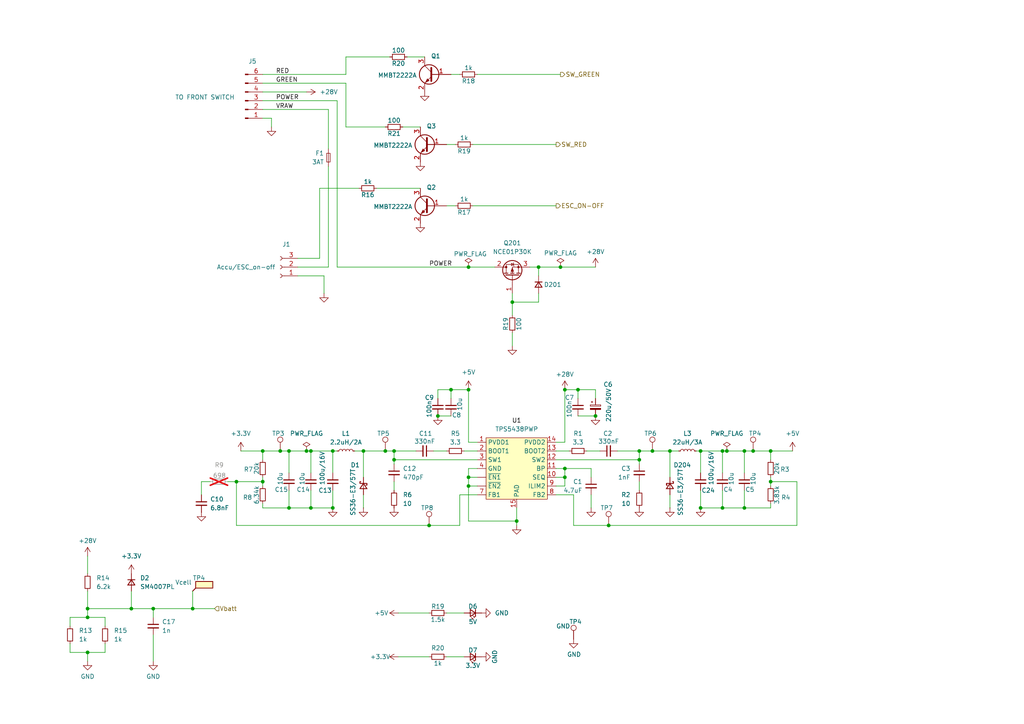
<source format=kicad_sch>
(kicad_sch (version 20231120) (generator "eeschema") (generator_version "8.0")
  (paper "A4")
  (lib_symbols
    (symbol "Connector:Conn_01x03_Socket" (pin_names (offset 1.016) hide)
      (property "Reference" "J" (at 0 5.08 0))
      (property "Value" "Conn_01x03_Socket" (at 0 -5.08 0))
      (symbol "Conn_01x03_Socket_1_1"
        (arc (start 0 -2.032) (mid -0.5058 -2.54) (end 0 -3.048) (stroke (width 0.1524)))
        (polyline (pts (xy -1.27 -2.54) (xy -0.508 -2.54)) (stroke (width 0.1524)))
        (polyline (pts (xy -1.27 0) (xy -0.508 0)) (stroke (width 0.1524)))
        (polyline (pts (xy -1.27 2.54) (xy -0.508 2.54)) (stroke (width 0.1524)))
        (arc (start 0 0.508) (mid -0.5058 0) (end 0 -0.508) (stroke (width 0.1524)))
        (arc (start 0 3.048) (mid -0.5058 2.54) (end 0 2.032) (stroke (width 0.1524)))
        (pin passive line (at -5.08 2.54 0) (length 3.81) (name "Pin_1") (number "1"))
        (pin passive line (at -5.08 0 0) (length 3.81) (name "Pin_2") (number "2"))
        (pin passive line (at -5.08 -2.54 0) (length 3.81) (name "Pin_3") (number "3"))
      )
    )
    (symbol "Connector:Conn_01x06_Pin" (pin_names (offset 1.016) hide)
      (property "Reference" "J" (at 0 7.62 0))
      (property "Value" "Conn_01x06_Pin" (at 0 -10.16 0))
      (symbol "Conn_01x06_Pin_1_1"
        (polyline (pts (xy 1.27 -7.62) (xy 0.8636 -7.62)) (stroke (width 0.1524)))
        (polyline (pts (xy 1.27 -5.08) (xy 0.8636 -5.08)) (stroke (width 0.1524)))
        (polyline (pts (xy 1.27 -2.54) (xy 0.8636 -2.54)) (stroke (width 0.1524)))
        (polyline (pts (xy 1.27 0) (xy 0.8636 0)) (stroke (width 0.1524)))
        (polyline (pts (xy 1.27 2.54) (xy 0.8636 2.54)) (stroke (width 0.1524)))
        (polyline (pts (xy 1.27 5.08) (xy 0.8636 5.08)) (stroke (width 0.1524)))
        (rectangle (start 0.8636 -7.493) (end 0 -7.747) (stroke (width 0.1524)) (fill (type outline)))
        (rectangle (start 0.8636 -4.953) (end 0 -5.207) (stroke (width 0.1524)) (fill (type outline)))
        (rectangle (start 0.8636 -2.413) (end 0 -2.667) (stroke (width 0.1524)) (fill (type outline)))
        (rectangle (start 0.8636 0.127) (end 0 -0.127) (stroke (width 0.1524)) (fill (type outline)))
        (rectangle (start 0.8636 2.667) (end 0 2.413) (stroke (width 0.1524)) (fill (type outline)))
        (rectangle (start 0.8636 5.207) (end 0 4.953) (stroke (width 0.1524)) (fill (type outline)))
        (pin passive line (at 5.08 5.08 180) (length 3.81) (name "Pin_1") (number "1"))
        (pin passive line (at 5.08 2.54 180) (length 3.81) (name "Pin_2") (number "2"))
        (pin passive line (at 5.08 0 180) (length 3.81) (name "Pin_3") (number "3"))
        (pin passive line (at 5.08 -2.54 180) (length 3.81) (name "Pin_4") (number "4"))
        (pin passive line (at 5.08 -5.08 180) (length 3.81) (name "Pin_5") (number "5"))
        (pin passive line (at 5.08 -7.62 180) (length 3.81) (name "Pin_6") (number "6"))
      )
    )
    (symbol "Connector:TestPoint" (pin_numbers hide) (pin_names (offset 0.762) hide)
      (property "Reference" "TP" (at 0 6.858 0))
      (property "Value" "TestPoint" (at 0 5.08 0))
      (symbol "TestPoint_0_1"
        (circle (center 0 3.302) (radius 0.762))
      )
      (symbol "TestPoint_1_1"
        (pin passive line (at 0 0 90) (length 2.54) (name "1") (number "1"))
      )
    )
    (symbol "Connector:TestPoint_Flag" (pin_numbers hide) (pin_names (offset 0.762) hide)
      (property "Reference" "TP" (at 3.429 1.778 0))
      (property "Value" "TestPoint_Flag" (at 3.302 4.191 0))
      (symbol "TestPoint_Flag_0_1"
        (polyline (pts (xy 0 0) (xy 0.889 0.889)) (stroke (width 0.254)))
        (rectangle (start 0.889 2.794) (end 5.842 0.889) (stroke (width 0.254)) (fill (type background)))
      )
      (symbol "TestPoint_Flag_1_1"
        (pin passive line (at 0 0 90) (length 0) (name "1") (number "1"))
      )
    )
    (symbol "Device:C_Polarized_Small" (pin_numbers hide) (pin_names (offset 0.254) hide)
      (property "Reference" "C" (at 0.254 1.778 0))
      (property "Value" "C_Polarized_Small" (at 0.254 -2.032 0))
      (symbol "C_Polarized_Small_0_1"
        (rectangle (start -1.524 -0.3048) (end 1.524 -0.6858) (fill (type outline)))
        (rectangle (start -1.524 0.6858) (end 1.524 0.3048))
        (polyline (pts (xy -1.27 1.524) (xy -0.762 1.524)))
        (polyline (pts (xy -1.016 1.27) (xy -1.016 1.778)))
      )
      (symbol "C_Polarized_Small_1_1"
        (pin passive line (at 0 2.54 270) (length 1.8542) (name "~") (number "1"))
        (pin passive line (at 0 -2.54 90) (length 1.8542) (name "~") (number "2"))
      )
    )
    (symbol "Device:C_Small" (pin_numbers hide) (pin_names (offset 0.254) hide)
      (property "Reference" "C" (at 0.254 1.778 0))
      (property "Value" "C_Small" (at 0.254 -2.032 0))
      (symbol "C_Small_0_1"
        (polyline (pts (xy -1.524 -0.508) (xy 1.524 -0.508)) (stroke (width 0.3302)))
        (polyline (pts (xy -1.524 0.508) (xy 1.524 0.508)) (stroke (width 0.3048)))
      )
      (symbol "C_Small_1_1"
        (pin passive line (at 0 2.54 270) (length 2.032) (name "~") (number "1"))
        (pin passive line (at 0 -2.54 90) (length 2.032) (name "~") (number "2"))
      )
    )
    (symbol "Device:D_Schottky_Small" (pin_numbers hide) (pin_names (offset 0.254) hide)
      (property "Reference" "D" (at -1.27 2.032 0))
      (property "Value" "D_Schottky_Small" (at -7.112 -2.032 0))
      (symbol "D_Schottky_Small_0_1"
        (polyline (pts (xy -0.762 0) (xy 0.762 0)))
        (polyline (pts (xy 0.762 -1.016) (xy -0.762 0) (xy 0.762 1.016) (xy 0.762 -1.016)) (stroke (width 0.254)))
        (polyline (pts (xy -1.27 0.762) (xy -1.27 1.016) (xy -0.762 1.016) (xy -0.762 -1.016) (xy -0.254 -1.016) (xy -0.254 -0.762)) (stroke (width 0.254)))
      )
      (symbol "D_Schottky_Small_1_1"
        (pin passive line (at -2.54 0 0) (length 1.778) (name "K") (number "1"))
        (pin passive line (at 2.54 0 180) (length 1.778) (name "A") (number "2"))
      )
    )
    (symbol "Device:D_Small" (pin_numbers hide) (pin_names (offset 0.254) hide)
      (property "Reference" "D" (at -1.27 2.032 0))
      (property "Value" "D_Small" (at -3.81 -2.032 0))
      (symbol "D_Small_0_1"
        (polyline (pts (xy -0.762 -1.016) (xy -0.762 1.016)) (stroke (width 0.254)))
        (polyline (pts (xy -0.762 0) (xy 0.762 0)))
        (polyline (pts (xy 0.762 -1.016) (xy -0.762 0) (xy 0.762 1.016) (xy 0.762 -1.016)) (stroke (width 0.254)))
      )
      (symbol "D_Small_1_1"
        (pin passive line (at -2.54 0 0) (length 1.778) (name "K") (number "1"))
        (pin passive line (at 2.54 0 180) (length 1.778) (name "A") (number "2"))
      )
    )
    (symbol "Device:Fuse_Small" (pin_numbers hide) (pin_names (offset 0.254) hide)
      (property "Reference" "F" (at 0 -1.524 0))
      (property "Value" "Fuse_Small" (at 0 1.524 0))
      (symbol "Fuse_Small_0_1"
        (rectangle (start -1.27 0.508) (end 1.27 -0.508))
        (polyline (pts (xy -1.27 0) (xy 1.27 0)))
      )
      (symbol "Fuse_Small_1_1"
        (pin passive line (at -2.54 0 0) (length 1.27) (name "~") (number "1"))
        (pin passive line (at 2.54 0 180) (length 1.27) (name "~") (number "2"))
      )
    )
    (symbol "Device:LED_Small" (pin_numbers hide) (pin_names (offset 0.254) hide)
      (property "Reference" "D" (at -1.27 3.175 0))
      (property "Value" "LED_Small" (at -4.445 -2.54 0))
      (symbol "LED_Small_0_1"
        (polyline (pts (xy -0.762 -1.016) (xy -0.762 1.016)) (stroke (width 0.254)))
        (polyline (pts (xy 1.016 0) (xy -0.762 0)))
        (polyline (pts (xy 0.762 -1.016) (xy -0.762 0) (xy 0.762 1.016) (xy 0.762 -1.016)) (stroke (width 0.254)))
        (polyline (pts (xy 0 0.762) (xy -0.508 1.27) (xy -0.254 1.27) (xy -0.508 1.27) (xy -0.508 1.016)))
        (polyline (pts (xy 0.508 1.27) (xy 0 1.778) (xy 0.254 1.778) (xy 0 1.778) (xy 0 1.524)))
      )
      (symbol "LED_Small_1_1"
        (pin passive line (at -2.54 0 0) (length 1.778) (name "K") (number "1"))
        (pin passive line (at 2.54 0 180) (length 1.778) (name "A") (number "2"))
      )
    )
    (symbol "Device:L_Small" (pin_numbers hide) (pin_names (offset 0.254) hide)
      (property "Reference" "L" (at 0.762 1.016 0))
      (property "Value" "L_Small" (at 0.762 -1.016 0))
      (symbol "L_Small_0_1"
        (arc (start 0 -2.032) (mid 0.5058 -1.524) (end 0 -1.016))
        (arc (start 0 -1.016) (mid 0.5058 -0.508) (end 0 0))
        (arc (start 0 0) (mid 0.5058 0.508) (end 0 1.016))
        (arc (start 0 1.016) (mid 0.5058 1.524) (end 0 2.032))
      )
      (symbol "L_Small_1_1"
        (pin passive line (at 0 2.54 270) (length 0.508) (name "~") (number "1"))
        (pin passive line (at 0 -2.54 90) (length 0.508) (name "~") (number "2"))
      )
    )
    (symbol "Device:Q_PMOS_GDS" (pin_names (offset 0) hide)
      (property "Reference" "Q" (at 5.08 1.27 0))
      (property "Value" "Q_PMOS_GDS" (at 5.08 -1.27 0))
      (symbol "Q_PMOS_GDS_0_1"
        (polyline (pts (xy 0.254 0) (xy -2.54 0)))
        (polyline (pts (xy 0.254 1.905) (xy 0.254 -1.905)) (stroke (width 0.254)))
        (polyline (pts (xy 0.762 -1.27) (xy 0.762 -2.286)) (stroke (width 0.254)))
        (polyline (pts (xy 0.762 0.508) (xy 0.762 -0.508)) (stroke (width 0.254)))
        (polyline (pts (xy 0.762 2.286) (xy 0.762 1.27)) (stroke (width 0.254)))
        (polyline (pts (xy 2.54 2.54) (xy 2.54 1.778)))
        (polyline (pts (xy 2.54 -2.54) (xy 2.54 0) (xy 0.762 0)))
        (polyline (pts (xy 0.762 1.778) (xy 3.302 1.778) (xy 3.302 -1.778) (xy 0.762 -1.778)))
        (polyline (pts (xy 2.286 0) (xy 1.27 0.381) (xy 1.27 -0.381) (xy 2.286 0)) (fill (type outline)))
        (polyline (pts (xy 2.794 -0.508) (xy 2.921 -0.381) (xy 3.683 -0.381) (xy 3.81 -0.254)))
        (polyline (pts (xy 3.302 -0.381) (xy 2.921 0.254) (xy 3.683 0.254) (xy 3.302 -0.381)))
        (circle (center 1.651 0) (radius 2.794) (stroke (width 0.254)))
        (circle (center 2.54 -1.778) (radius 0.254) (fill (type outline)))
        (circle (center 2.54 1.778) (radius 0.254) (fill (type outline)))
      )
      (symbol "Q_PMOS_GDS_1_1"
        (pin input line (at -5.08 0 0) (length 2.54) (name "G") (number "1"))
        (pin passive line (at 2.54 5.08 270) (length 2.54) (name "D") (number "2"))
        (pin passive line (at 2.54 -5.08 90) (length 2.54) (name "S") (number "3"))
      )
    )
    (symbol "Device:R_Small" (pin_numbers hide) (pin_names (offset 0.254) hide)
      (property "Reference" "R" (at 0.762 0.508 0))
      (property "Value" "R_Small" (at 0.762 -1.016 0))
      (symbol "R_Small_0_1"
        (rectangle (start -0.762 1.778) (end 0.762 -1.778) (stroke (width 0.2032)))
      )
      (symbol "R_Small_1_1"
        (pin passive line (at 0 2.54 270) (length 0.762) (name "~") (number "1"))
        (pin passive line (at 0 -2.54 90) (length 0.762) (name "~") (number "2"))
      )
    )
    (symbol "GND_1" (power) (pin_numbers hide) (pin_names (offset 0) hide)
      (property "Value" "GND" (at 0 -3.81 0))
      (symbol "GND_1_0_1"
        (polyline (pts (xy 0 0) (xy 0 -1.27) (xy 1.27 -1.27) (xy 0 -2.54) (xy -1.27 -1.27) (xy 0 -1.27)))
      )
      (symbol "GND_1_1_1"
        (pin power_in line (at 0 0 270) (length 0) (name "~") (number "1"))
      )
    )
    (symbol "Transistor_BJT:MMBT2222A" (pin_names (offset 0) hide)
      (property "Reference" "Q" (at 5.08 1.905 0))
      (property "Value" "MMBT2222A" (at 5.08 0 0))
      (symbol "MMBT2222A_0_1"
        (polyline (pts (xy 0.635 0.635) (xy 2.54 2.54)))
        (polyline (pts (xy 0.635 -0.635) (xy 2.54 -2.54) (xy 2.54 -2.54)))
        (polyline (pts (xy 0.635 1.905) (xy 0.635 -1.905) (xy 0.635 -1.905)) (stroke (width 0.508)))
        (polyline (pts (xy 1.27 -1.778) (xy 1.778 -1.27) (xy 2.286 -2.286) (xy 1.27 -1.778) (xy 1.27 -1.778)) (fill (type outline)))
        (circle (center 1.27 0) (radius 2.8194) (stroke (width 0.254)))
      )
      (symbol "MMBT2222A_1_1"
        (pin input line (at -5.08 0 0) (length 5.715) (name "B") (number "1"))
        (pin passive line (at 2.54 -5.08 90) (length 2.54) (name "E") (number "2"))
        (pin passive line (at 2.54 5.08 270) (length 2.54) (name "C") (number "3"))
      )
    )
    (symbol "missing_parts:TPS54383"
      (property "Reference" "U" (at 0 0 0))
      (property "Value" "TPS5438PWP" (at 0 0 0))
      (symbol "TPS54383_1_1"
        (rectangle (start -8.89 -1.27) (end 8.89 -19.05) (fill (type background)))
        (pin passive line (at -11.43 -12.7 0) (length 2.54) (name "~{EN1}") (number ""))
        (pin passive line (at -11.43 -15.24 0) (length 2.54) (name "~{EN2}") (number ""))
        (pin power_in line (at -11.43 -2.54 0) (length 2.54) (name "PVDD1") (number "1"))
        (pin passive line (at 11.43 -12.7 180) (length 2.54) (name "SEQ") (number "10"))
        (pin passive line (at 11.43 -10.16 180) (length 2.54) (name "BP") (number "11"))
        (pin output line (at 11.43 -7.62 180) (length 2.54) (name "SW2") (number "12"))
        (pin input line (at 11.43 -5.08 180) (length 2.54) (name "BOOT2") (number "13"))
        (pin power_in line (at 11.43 -2.54 180) (length 2.54) (name "PVDD2") (number "14"))
        (pin passive line (at 0 -21.59 90) (length 2.54) (name "PAD") (number "15"))
        (pin input line (at -11.43 -5.08 0) (length 2.54) (name "BOOT1") (number "2"))
        (pin output line (at -11.43 -7.62 0) (length 2.54) (name "SW1") (number "3"))
        (pin passive line (at -11.43 -10.16 0) (length 2.54) (name "GND") (number "4"))
        (pin passive line (at -11.43 -17.78 0) (length 2.54) (name "FB1") (number "7"))
        (pin passive line (at 11.43 -17.78 180) (length 2.54) (name "FB2") (number "8"))
        (pin passive line (at 11.43 -15.24 180) (length 2.54) (name "ILIM2") (number "9"))
      )
    )
    (symbol "power:+28V" (power) (pin_names (offset 0))
      (property "Value" "+28V" (at 0 3.81 0))
      (symbol "+28V_0_1"
        (polyline (pts (xy -0.762 1.27) (xy 0 2.54)))
        (polyline (pts (xy 0 0) (xy 0 2.54)))
        (polyline (pts (xy 0 2.54) (xy 0.762 1.27)))
      )
      (symbol "+28V_1_1"
        (pin power_in line (at 0 0 90) (length 0) hide (name "+28V") (number "1"))
      )
    )
    (symbol "power:+3.3V" (power) (pin_names (offset 0))
      (property "Value" "+3.3V" (at 0 3.556 0))
      (symbol "+3.3V_0_1"
        (polyline (pts (xy -0.762 1.27) (xy 0 2.54)))
        (polyline (pts (xy 0 0) (xy 0 2.54)))
        (polyline (pts (xy 0 2.54) (xy 0.762 1.27)))
      )
      (symbol "+3.3V_1_1"
        (pin power_in line (at 0 0 90) (length 0) hide (name "+3.3V") (number "1"))
      )
    )
    (symbol "power:+5V" (power) (pin_names (offset 0))
      (property "Value" "+5V" (at 0 3.556 0))
      (symbol "+5V_0_1"
        (polyline (pts (xy -0.762 1.27) (xy 0 2.54)))
        (polyline (pts (xy 0 0) (xy 0 2.54)))
        (polyline (pts (xy 0 2.54) (xy 0.762 1.27)))
      )
      (symbol "+5V_1_1"
        (pin power_in line (at 0 0 90) (length 0) hide (name "+5V") (number "1"))
      )
    )
    (symbol "power:GND" (power) (pin_names (offset 0))
      (property "Value" "GND" (at 0 -3.81 0))
      (symbol "GND_0_1"
        (polyline (pts (xy 0 0) (xy 0 -1.27) (xy 1.27 -1.27) (xy 0 -2.54) (xy -1.27 -1.27) (xy 0 -1.27)))
      )
      (symbol "GND_1_1"
        (pin power_in line (at 0 0 270) (length 0) hide (name "GND") (number "1"))
      )
    )
    (symbol "power:PWR_FLAG" (power) (pin_numbers hide) (pin_names (offset 0) hide)
      (property "Value" "PWR_FLAG" (at 0 3.81 0))
      (symbol "PWR_FLAG_0_0"
        (pin power_out line (at 0 0 90) (length 0) (name "pwr") (number "1"))
      )
      (symbol "PWR_FLAG_0_1"
        (polyline (pts (xy 0 0) (xy 0 1.27) (xy -1.016 1.905) (xy 0 2.54) (xy 1.016 1.905) (xy 0 1.27)))
      )
    )
  )
  (junction (at 135.89 140.97))
  (junction (at 90.17 147.32))
  (junction (at 218.44 130.81))
  (junction (at 83.82 147.32))
  (junction (at 38.1 176.53))
  (junction (at 148.59 87.63))
  (junction (at 105.41 130.81))
  (junction (at 209.55 130.81))
  (junction (at 83.82 130.81))
  (junction (at 167.64 113.03))
  (junction (at 209.55 147.32))
  (junction (at 127 120.65))
  (junction (at 163.83 138.43))
  (junction (at 172.72 120.65))
  (junction (at 114.3 130.81))
  (junction (at 223.52 130.81))
  (junction (at 76.2 139.7))
  (junction (at 156.21 77.47))
  (junction (at 130.81 113.03))
  (junction (at 176.53 152.4))
  (junction (at 25.4 189.23))
  (junction (at 223.52 139.7))
  (junction (at 88.9 130.81))
  (junction (at 185.42 133.35))
  (junction (at 25.4 179.07))
  (junction (at 163.83 113.03))
  (junction (at 162.56 77.47))
  (junction (at 215.9 147.32))
  (junction (at 135.89 113.03))
  (junction (at 114.3 133.35))
  (junction (at 210.82 130.81))
  (junction (at 203.2 130.81))
  (junction (at 68.58 139.7))
  (junction (at 90.17 130.81))
  (junction (at 55.88 176.53))
  (junction (at 96.52 147.32))
  (junction (at 135.89 138.43))
  (junction (at 44.45 176.53))
  (junction (at 96.52 130.81))
  (junction (at 149.86 151.13))
  (junction (at 25.4 176.53))
  (junction (at 189.23 130.81))
  (junction (at 81.28 130.81))
  (junction (at 194.31 130.81))
  (junction (at 203.2 147.32))
  (junction (at 76.2 130.81))
  (junction (at 185.42 130.81))
  (junction (at 111.76 130.81))
  (junction (at 124.46 152.4))
  (junction (at 135.89 77.47))
  (junction (at 163.83 135.89))
  (junction (at 215.9 130.81))
  (wire (pts (xy 231.14 139.7) (xy 231.14 152.4)))
  (wire (pts (xy 68.58 139.7) (xy 68.58 152.4)))
  (wire (pts (xy 114.3 133.35) (xy 114.3 130.81)))
  (wire (pts (xy 137.16 41.91) (xy 161.29 41.91)))
  (wire (pts (xy 90.17 130.81) (xy 88.9 130.81)))
  (wire (pts (xy 148.59 87.63) (xy 148.59 91.44)))
  (wire (pts (xy 129.54 190.5) (xy 134.62 190.5)))
  (wire (pts (xy 86.36 77.47) (xy 95.25 77.47)))
  (wire (pts (xy 163.83 113.03) (xy 167.64 113.03)))
  (wire (pts (xy 135.89 151.13) (xy 149.86 151.13)))
  (wire (pts (xy 20.32 186.69) (xy 20.32 189.23)))
  (wire (pts (xy 185.42 133.35) (xy 185.42 134.62)))
  (wire (pts (xy 92.71 54.61) (xy 104.14 54.61)))
  (wire (pts (xy 76.2 26.67) (xy 88.9 26.67)))
  (wire (pts (xy 215.9 130.81) (xy 215.9 137.16)))
  (wire (pts (xy 30.48 179.07) (xy 25.4 179.07)))
  (wire (pts (xy 111.76 130.81) (xy 105.41 130.81)))
  (wire (pts (xy 166.37 152.4) (xy 166.37 143.51)))
  (wire (pts (xy 209.55 130.81) (xy 209.55 137.16)))
  (wire (pts (xy 127 120.65) (xy 130.81 120.65)))
  (wire (pts (xy 223.52 138.43) (xy 223.52 139.7)))
  (wire (pts (xy 135.89 140.97) (xy 138.43 140.97)))
  (wire (pts (xy 170.18 130.81) (xy 173.99 130.81)))
  (wire (pts (xy 134.62 130.81) (xy 138.43 130.81)))
  (wire (pts (xy 189.23 130.81) (xy 194.31 130.81)))
  (wire (pts (xy 185.42 130.81) (xy 179.07 130.81)))
  (wire (pts (xy 58.42 139.7) (xy 58.42 143.51)))
  (wire (pts (xy 30.48 181.61) (xy 30.48 179.07)))
  (wire (pts (xy 116.84 36.83) (xy 121.92 36.83)))
  (wire (pts (xy 153.67 77.47) (xy 156.21 77.47)))
  (wire (pts (xy 96.52 147.32) (xy 90.17 147.32)))
  (wire (pts (xy 138.43 135.89) (xy 135.89 135.89)))
  (wire (pts (xy 135.89 113.03) (xy 130.81 113.03)))
  (wire (pts (xy 166.37 143.51) (xy 161.29 143.51)))
  (wire (pts (xy 171.45 135.89) (xy 171.45 138.43)))
  (wire (pts (xy 194.31 130.81) (xy 194.31 138.43)))
  (wire (pts (xy 215.9 130.81) (xy 218.44 130.81)))
  (wire (pts (xy 92.71 74.93) (xy 92.71 54.61)))
  (wire (pts (xy 194.31 143.51) (xy 194.31 147.32)))
  (wire (pts (xy 161.29 138.43) (xy 163.83 138.43)))
  (wire (pts (xy 44.45 176.53) (xy 55.88 176.53)))
  (wire (pts (xy 60.96 139.7) (xy 58.42 139.7)))
  (wire (pts (xy 93.98 80.01) (xy 86.36 80.01)))
  (wire (pts (xy 135.89 113.03) (xy 135.89 128.27)))
  (wire (pts (xy 129.54 130.81) (xy 125.73 130.81)))
  (wire (pts (xy 83.82 130.81) (xy 81.28 130.81)))
  (wire (pts (xy 161.29 128.27) (xy 163.83 128.27)))
  (wire (pts (xy 185.42 130.81) (xy 189.23 130.81)))
  (wire (pts (xy 76.2 21.59) (xy 100.33 21.59)))
  (wire (pts (xy 93.98 85.09) (xy 93.98 80.01)))
  (wire (pts (xy 118.11 16.51) (xy 123.19 16.51)))
  (wire (pts (xy 30.48 186.69) (xy 30.48 189.23)))
  (wire (pts (xy 130.81 113.03) (xy 127 113.03)))
  (wire (pts (xy 86.36 74.93) (xy 92.71 74.93)))
  (wire (pts (xy 97.79 130.81) (xy 96.52 130.81)))
  (wire (pts (xy 130.81 21.59) (xy 133.35 21.59)))
  (wire (pts (xy 76.2 34.29) (xy 78.74 34.29)))
  (wire (pts (xy 25.4 171.45) (xy 25.4 176.53)))
  (wire (pts (xy 161.29 130.81) (xy 165.1 130.81)))
  (wire (pts (xy 100.33 24.13) (xy 100.33 36.83)))
  (wire (pts (xy 166.37 152.4) (xy 176.53 152.4)))
  (wire (pts (xy 171.45 147.32) (xy 171.45 143.51)))
  (wire (pts (xy 194.31 130.81) (xy 196.85 130.81)))
  (wire (pts (xy 25.4 161.29) (xy 25.4 166.37)))
  (wire (pts (xy 138.43 133.35) (xy 114.3 133.35)))
  (wire (pts (xy 223.52 139.7) (xy 223.52 140.97)))
  (wire (pts (xy 129.54 59.69) (xy 132.08 59.69)))
  (wire (pts (xy 203.2 142.24) (xy 203.2 147.32)))
  (wire (pts (xy 161.29 140.97) (xy 163.83 140.97)))
  (wire (pts (xy 162.56 77.47) (xy 172.72 77.47)))
  (wire (pts (xy 218.44 130.81) (xy 223.52 130.81)))
  (wire (pts (xy 148.59 96.52) (xy 148.59 100.33)))
  (wire (pts (xy 114.3 130.81) (xy 120.65 130.81)))
  (wire (pts (xy 203.2 130.81) (xy 203.2 137.16)))
  (wire (pts (xy 25.4 179.07) (xy 20.32 179.07)))
  (wire (pts (xy 135.89 138.43) (xy 135.89 140.97)))
  (wire (pts (xy 76.2 130.81) (xy 69.85 130.81)))
  (wire (pts (xy 105.41 130.81) (xy 105.41 138.43)))
  (wire (pts (xy 90.17 147.32) (xy 83.82 147.32)))
  (wire (pts (xy 129.54 177.8) (xy 134.62 177.8)))
  (wire (pts (xy 209.55 142.24) (xy 209.55 147.32)))
  (wire (pts (xy 210.82 130.81) (xy 215.9 130.81)))
  (wire (pts (xy 38.1 171.45) (xy 38.1 176.53)))
  (wire (pts (xy 215.9 147.32) (xy 223.52 147.32)))
  (wire (pts (xy 135.89 135.89) (xy 135.89 138.43)))
  (wire (pts (xy 163.83 113.03) (xy 163.83 128.27)))
  (wire (pts (xy 149.86 152.4) (xy 149.86 151.13)))
  (wire (pts (xy 100.33 21.59) (xy 100.33 16.51)))
  (wire (pts (xy 135.89 77.47) (xy 143.51 77.47)))
  (wire (pts (xy 138.43 21.59) (xy 162.56 21.59)))
  (wire (pts (xy 209.55 130.81) (xy 210.82 130.81)))
  (wire (pts (xy 114.3 133.35) (xy 114.3 134.62)))
  (wire (pts (xy 163.83 138.43) (xy 163.83 140.97)))
  (wire (pts (xy 96.52 130.81) (xy 90.17 130.81)))
  (wire (pts (xy 223.52 146.05) (xy 223.52 147.32)))
  (wire (pts (xy 76.2 139.7) (xy 76.2 140.97)))
  (wire (pts (xy 138.43 143.51) (xy 133.35 143.51)))
  (wire (pts (xy 76.2 31.75) (xy 95.25 31.75)))
  (wire (pts (xy 90.17 142.24) (xy 90.17 147.32)))
  (wire (pts (xy 95.25 43.18) (xy 95.25 31.75)))
  (wire (pts (xy 148.59 87.63) (xy 148.59 85.09)))
  (wire (pts (xy 133.35 143.51) (xy 133.35 152.4)))
  (wire (pts (xy 114.3 130.81) (xy 111.76 130.81)))
  (wire (pts (xy 176.53 152.4) (xy 231.14 152.4)))
  (wire (pts (xy 129.54 41.91) (xy 132.08 41.91)))
  (wire (pts (xy 25.4 189.23) (xy 20.32 189.23)))
  (wire (pts (xy 76.2 29.21) (xy 97.79 29.21)))
  (wire (pts (xy 163.83 135.89) (xy 171.45 135.89)))
  (wire (pts (xy 44.45 184.15) (xy 44.45 191.77)))
  (wire (pts (xy 105.41 130.81) (xy 102.87 130.81)))
  (wire (pts (xy 172.72 115.57) (xy 172.72 113.03)))
  (wire (pts (xy 167.64 113.03) (xy 167.64 115.57)))
  (wire (pts (xy 96.52 130.81) (xy 96.52 137.16)))
  (wire (pts (xy 115.57 177.8) (xy 124.46 177.8)))
  (wire (pts (xy 55.88 176.53) (xy 62.23 176.53)))
  (wire (pts (xy 81.28 130.81) (xy 76.2 130.81)))
  (wire (pts (xy 167.64 120.65) (xy 172.72 120.65)))
  (wire (pts (xy 185.42 133.35) (xy 185.42 130.81)))
  (wire (pts (xy 209.55 147.32) (xy 215.9 147.32)))
  (wire (pts (xy 167.64 113.03) (xy 172.72 113.03)))
  (wire (pts (xy 97.79 29.21) (xy 97.79 77.47)))
  (wire (pts (xy 137.16 59.69) (xy 161.29 59.69)))
  (wire (pts (xy 124.46 152.4) (xy 68.58 152.4)))
  (wire (pts (xy 76.2 138.43) (xy 76.2 139.7)))
  (wire (pts (xy 203.2 130.81) (xy 209.55 130.81)))
  (wire (pts (xy 44.45 176.53) (xy 44.45 179.07)))
  (wire (pts (xy 88.9 130.81) (xy 83.82 130.81)))
  (wire (pts (xy 100.33 36.83) (xy 111.76 36.83)))
  (wire (pts (xy 96.52 142.24) (xy 96.52 147.32)))
  (wire (pts (xy 156.21 77.47) (xy 156.21 80.01)))
  (wire (pts (xy 156.21 87.63) (xy 148.59 87.63)))
  (wire (pts (xy 115.57 190.5) (xy 124.46 190.5)))
  (wire (pts (xy 105.41 143.51) (xy 105.41 147.32)))
  (wire (pts (xy 38.1 176.53) (xy 44.45 176.53)))
  (wire (pts (xy 161.29 135.89) (xy 163.83 135.89)))
  (wire (pts (xy 76.2 139.7) (xy 68.58 139.7)))
  (wire (pts (xy 76.2 146.05) (xy 76.2 147.32)))
  (wire (pts (xy 78.74 34.29) (xy 78.74 36.83)))
  (wire (pts (xy 135.89 138.43) (xy 138.43 138.43)))
  (wire (pts (xy 76.2 130.81) (xy 76.2 133.35)))
  (wire (pts (xy 97.79 77.47) (xy 135.89 77.47)))
  (wire (pts (xy 83.82 142.24) (xy 83.82 147.32)))
  (wire (pts (xy 156.21 77.47) (xy 162.56 77.47)))
  (wire (pts (xy 201.93 130.81) (xy 203.2 130.81)))
  (wire (pts (xy 161.29 133.35) (xy 185.42 133.35)))
  (wire (pts (xy 76.2 24.13) (xy 100.33 24.13)))
  (wire (pts (xy 127 113.03) (xy 127 115.57)))
  (wire (pts (xy 90.17 130.81) (xy 90.17 137.16)))
  (wire (pts (xy 114.3 139.7) (xy 114.3 142.24)))
  (wire (pts (xy 133.35 152.4) (xy 124.46 152.4)))
  (wire (pts (xy 20.32 179.07) (xy 20.32 181.61)))
  (wire (pts (xy 25.4 176.53) (xy 25.4 179.07)))
  (wire (pts (xy 156.21 87.63) (xy 156.21 85.09)))
  (wire (pts (xy 55.88 171.45) (xy 55.88 176.53)))
  (wire (pts (xy 223.52 130.81) (xy 223.52 133.35)))
  (wire (pts (xy 25.4 189.23) (xy 25.4 191.77)))
  (wire (pts (xy 83.82 147.32) (xy 76.2 147.32)))
  (wire (pts (xy 109.22 54.61) (xy 121.92 54.61)))
  (wire (pts (xy 130.81 113.03) (xy 130.81 115.57)))
  (wire (pts (xy 223.52 130.81) (xy 229.87 130.81)))
  (wire (pts (xy 149.86 147.32) (xy 149.86 151.13)))
  (wire (pts (xy 185.42 139.7) (xy 185.42 142.24)))
  (wire (pts (xy 163.83 135.89) (xy 163.83 138.43)))
  (wire (pts (xy 95.25 48.26) (xy 95.25 77.47)))
  (wire (pts (xy 203.2 147.32) (xy 209.55 147.32)))
  (wire (pts (xy 138.43 128.27) (xy 135.89 128.27)))
  (wire (pts (xy 83.82 130.81) (xy 83.82 137.16)))
  (wire (pts (xy 25.4 176.53) (xy 38.1 176.53)))
  (wire (pts (xy 135.89 140.97) (xy 135.89 151.13)))
  (wire (pts (xy 66.04 139.7) (xy 68.58 139.7)))
  (wire (pts (xy 223.52 139.7) (xy 231.14 139.7)))
  (wire (pts (xy 25.4 189.23) (xy 30.48 189.23)))
  (wire (pts (xy 100.33 16.51) (xy 113.03 16.51)))
  (wire (pts (xy 215.9 142.24) (xy 215.9 147.32)))
  (label "POWER" (at 124.46 77.47 0))
  (label "GREEN" (at 80.01 24.13 0))
  (label "VRAW" (at 80.01 31.75 0))
  (label "POWER" (at 80.01 29.21 0))
  (label "RED" (at 80.01 21.59 0))
  (hierarchical_label "SW_GREEN" (shape output) (at 162.56 21.59 0))
  (hierarchical_label "ESC_ON-OFF" (shape output) (at 161.29 59.69 0))
  (hierarchical_label "Vbatt" (shape input) (at 62.23 176.53 0))
  (hierarchical_label "SW_RED" (shape output) (at 161.29 41.91 0))
  (symbol (lib_id "Device:L_Small") (at 100.33 130.81 270) (mirror x) (unit 1)
    (property "Reference" "L1" (at 100.33 125.73 90))
    (property "Value" "2.2uH/2A" (at 100.33 128.27 90))
    (property "Footprint" "A_Device:L_11.5x10.0mm" (effects (hide yes)))
    (property "LCSC" "C497902" (effects (hide yes)))
  )
  (symbol (lib_id "Connector:TestPoint") (at 81.28 130.81 0) (mirror y) (unit 1)
    (property "Reference" "TP3" (at 82.55 125.73 0) (effects (justify left)))
    (property "Value" "5V" (effects (hide yes)))
    (property "Footprint" "A_Pads_Pins:Testpoint_0.9x1.5" (effects (hide yes)))
    (property "Farnell" "-" (effects (hide yes)))
  )
  (symbol (lib_id "Device:R_Small") (at 115.57 16.51 270) (unit 1)
    (property "Reference" "R20" (at 115.57 18.415 90))
    (property "Value" "100" (at 115.57 14.605 90))
    (property "Footprint" "A_Device:R_0603" (effects (hide yes)))
  )
  (symbol (lib_name "GND_1") (lib_id "power:GND") (at 105.41 147.32 0) (mirror y) (unit 1)
    (property "Reference" "#PWR011" (effects (hide yes)))
    (property "Value" "GND" (effects (hide yes)))
    (property "Description" "Power symbol creates a global label with name \"GND\" , ground" (effects (hide yes)))
  )
  (symbol (lib_id "Connector:TestPoint") (at 176.53 152.4 0) (mirror y) (unit 1)
    (property "Reference" "TP7" (at 177.8 147.32 0) (effects (justify left)))
    (property "Value" "5V" (effects (hide yes)))
    (property "Footprint" "A_Pads_Pins:Testpoint_0.9x1.5" (effects (hide yes)))
    (property "Farnell" "-" (effects (hide yes)))
  )
  (symbol (lib_id "Device:C_Small") (at 96.52 139.7 0) (mirror y) (unit 1)
    (property "Reference" "C13" (at 96.266 142.24 0) (effects (justify left)))
    (property "Value" "100u/16V" (at 93.472 140.716 90) (effects (justify left)))
    (property "Footprint" "Capacitor_SMD:C_1210_3225Metric" (effects (hide yes)))
    (property "LCSC" "C90143" (effects (hide yes)))
  )
  (symbol (lib_name "GND_1") (lib_id "power:GND") (at 114.3 147.32 0) (mirror y) (unit 1)
    (property "Reference" "#PWR010" (effects (hide yes)))
    (property "Value" "GND" (effects (hide yes)))
    (property "Description" "Power symbol creates a global label with name \"GND\" , ground" (effects (hide yes)))
  )
  (symbol (lib_id "Device:C_Small") (at 171.45 140.97 0) (mirror y) (unit 1)
    (property "Reference" "C1" (at 168.91 139.7062 0) (effects (justify left)))
    (property "Value" "4.7uF" (at 168.91 142.2462 0) (effects (justify left)))
    (property "Footprint" "A_Device:C_0603" (effects (hide yes)))
    (property "Description" "Unpolarized capacitor, small symbol" (effects (hide yes)))
  )
  (symbol (lib_id "power:+28V") (at 163.83 113.03 0) (unit 1)
    (property "Reference" "#PWR05" (effects (hide yes)))
    (property "Value" "+28V" (at 163.83 108.585 0))
  )
  (symbol (lib_id "power:+5V") (at 69.85 130.81 0) (mirror y) (unit 1)
    (property "Reference" "#PWR013" (effects (hide yes)))
    (property "Value" "+3.3V" (at 69.85 125.73 0))
  )
  (symbol (lib_id "power:GND") (at 44.45 191.77 0) (unit 1)
    (property "Reference" "#PWR021" (effects (hide yes)))
    (property "Value" "GND" (at 44.45 196.215 0))
  )
  (symbol (lib_id "Device:D_Schottky_Small") (at 194.31 140.97 270) (unit 1)
    (property "Reference" "D204" (at 195.326 134.874 90) (effects (justify left)))
    (property "Value" "SS36-E3/57T" (at 197.358 135.89 0) (effects (justify left)))
    (property "Footprint" "A_Device:D_SMC_7.1x6.2x2.65" (effects (hide yes)))
    (property "Datasheet" "https://datasheet.lcsc.com/lcsc/1809042323_Vishay-Intertech-SS36-E3-57T_C35722.pdf" (effects (hide yes)))
    (property "LCSC" "C35722" (effects (hide yes)))
  )
  (symbol (lib_id "power:+3.3V") (at 38.1 166.37 0) (unit 1)
    (property "Reference" "#PWR020" (effects (hide yes)))
    (property "Value" "+3.3V" (at 38.1 161.29 0))
  )
  (symbol (lib_id "power:+3.3V") (at 115.57 190.5 90) (unit 1)
    (property "Reference" "#PWR020" (effects (hide yes)))
    (property "Value" "+3.3V" (at 107.315 190.5 90) (effects (justify right)))
    (instances (project "NIKOLA-02-E-001_PCAScannerController_R1" (path "" (reference "#PWR020") (unit 1))) (project "Robuoy" (path "" (reference "#PWR0206") (unit 1))))
  )
  (symbol (lib_id "power:GND") (at 78.74 36.83 0) (unit 1)
    (property "Reference" "#PWR031" (effects (hide yes)))
    (property "Value" "GND" (effects (hide yes)))
  )
  (symbol (lib_id "power:PWR_FLAG") (at 210.82 130.81 0) (unit 1)
    (property "Reference" "#FLG0203" (effects (hide yes)))
    (property "Value" "PWR_FLAG" (at 210.82 125.73 0))
  )
  (symbol (lib_id "Device:C_Small") (at 114.3 137.16 0) (mirror y) (unit 1)
    (property "Reference" "C12" (at 116.84 135.8962 0) (effects (justify right)))
    (property "Value" "470pF" (at 116.84 138.4362 0) (effects (justify right)))
    (property "Description" "Unpolarized capacitor, small symbol" (effects (hide yes)))
  )
  (symbol (lib_id "missing_parts:TPS54383") (at 149.86 125.73 0) (unit 1)
    (property "Reference" "U1" (at 149.86 121.92 0))
    (property "Value" "TPS5438PWP" (at 149.86 124.46 0))
    (property "Datasheet" "https://www.ti.com/lit/ds/symlink/tps54386.pdf?ts=1715681517700&ref_url=https%253A%252F%252Fwww.ti.com%252Fproduct%252FTPS54386%252Fpart-details%252FTPS54386PWPR" (effects (hide yes)))
    (property "LCSC" "C54433" (effects (hide yes)))
  )
  (symbol (lib_id "power:GND") (at 121.92 46.99 0) (unit 1)
    (property "Reference" "#PWR029" (effects (hide yes)))
    (property "Value" "GND" (effects (hide yes)))
  )
  (symbol (lib_id "power:+28V") (at 172.72 77.47 0) (unit 1)
    (property "Reference" "#PWR0204" (effects (hide yes)))
    (property "Value" "+28V" (at 172.72 73.025 0))
  )
  (symbol (lib_id "Device:D_Small") (at 38.1 168.91 270) (unit 1)
    (property "Reference" "D2" (at 40.64 167.64 90) (effects (justify left)))
    (property "Value" "SM4007PL" (at 40.64 170.18 90) (effects (justify left)))
    (property "Footprint" "A_Device:D_SOD-123_2.85x1.8x1.3" (effects (hide yes)))
    (property "Datasheet" "https://datasheet.lcsc.com/lcsc/1809301215_MDD-Microdiode-Electronics--SM4007PL_C64898.pdf" (effects (hide yes)))
    (property "Sim.Device" "D" (effects (hide yes)))
    (property "Sim.Pins" "1=K 2=A" (effects (hide yes)))
    (property "LCSC" "C64898" (effects (hide yes)))
  )
  (symbol (lib_id "Device:R_Small") (at 134.62 59.69 270) (unit 1)
    (property "Reference" "R17" (at 134.62 61.595 90))
    (property "Value" "1k" (at 134.62 57.785 90))
    (property "Footprint" "A_Device:R_0603" (effects (hide yes)))
  )
  (symbol (lib_id "Device:C_Small") (at 203.2 139.7 0) (unit 1)
    (property "Reference" "C24" (at 203.454 142.24 0) (effects (justify left)))
    (property "Value" "100u/16V" (at 206.248 140.716 90) (effects (justify left)))
    (property "Footprint" "Capacitor_SMD:C_1210_3225Metric" (effects (hide yes)))
    (property "LCSC" "C90143" (effects (hide yes)))
    (instances (project "NIKOLA-02-E-001_PCAScannerController_R1" (path "" (reference "C24") (unit 1))) (project "Robuoy" (path "" (reference "C207") (unit 1))))
  )
  (symbol (lib_id "Device:C_Small") (at 185.42 137.16 0) (mirror y) (unit 1)
    (property "Reference" "C3" (at 182.88 135.8962 0) (effects (justify left)))
    (property "Value" "1nF" (at 182.88 138.4362 0) (effects (justify left)))
    (property "Description" "Unpolarized capacitor, small symbol" (effects (hide yes)))
  )
  (symbol (lib_id "Device:R_Small") (at 185.42 144.78 0) (mirror x) (unit 1)
    (property "Reference" "R2" (at 182.88 143.5099 0) (effects (justify right)))
    (property "Value" "10" (at 182.88 146.0499 0) (effects (justify right)))
    (property "Description" "Resistor, small symbol" (effects (hide yes)))
  )
  (symbol (lib_id "Device:C_Small") (at 176.53 130.81 90) (unit 1)
    (property "Reference" "C2" (at 176.276 125.73 90))
    (property "Value" "330nF" (at 176.53 128.016 90))
    (property "Description" "Unpolarized capacitor, small symbol" (effects (hide yes)))
  )
  (symbol (lib_id "Device:R_Small") (at 76.2 135.89 0) (mirror x) (unit 1)
    (property "Reference" "R7" (at 73.406 136.144 0) (effects (justify right)))
    (property "Value" "20k" (at 74.422 137.668 90) (effects (justify right)))
    (property "Description" "Resistor, small symbol" (effects (hide yes)))
  )
  (symbol (lib_id "power:+5V") (at 229.87 130.81 0) (unit 1)
    (property "Reference" "#PWR0215" (effects (hide yes)))
    (property "Value" "+5V" (at 229.87 125.73 0))
  )
  (symbol (lib_id "Device:L_Small") (at 199.39 130.81 90) (unit 1)
    (property "Reference" "L3" (at 199.39 125.73 90))
    (property "Value" "22uH/3A" (at 199.39 128.27 90))
    (property "Footprint" "A_Device:L_11.5x10.0mm" (effects (hide yes)))
    (property "LCSC" "C497902" (effects (hide yes)))
    (instances (project "NIKOLA-02-E-001_PCAScannerController_R1" (path "" (reference "L3") (unit 1))) (project "Robuoy" (path "" (reference "L201") (unit 1))))
  )
  (symbol (lib_id "Device:R_Small") (at 223.52 135.89 180) (unit 1)
    (property "Reference" "R3" (at 226.314 136.144 0) (effects (justify right)))
    (property "Value" "20k" (at 225.298 137.668 90) (effects (justify right)))
    (property "Description" "Resistor, small symbol" (effects (hide yes)))
  )
  (symbol (lib_id "Device:R_Small") (at 223.52 143.51 180) (unit 1)
    (property "Reference" "R4" (at 226.568 144.272 0) (effects (justify right)))
    (property "Value" "3.83k" (at 225.298 146.304 90) (effects (justify right)))
    (property "Description" "Resistor, small symbol" (effects (hide yes)))
  )
  (symbol (lib_id "power:GND") (at 139.7 190.5 90) (unit 1)
    (property "Reference" "#PWR024" (effects (hide yes)))
    (property "Value" "GND" (at 143.51 190.5 0))
    (instances (project "NIKOLA-02-E-001_PCAScannerController_R1" (path "" (reference "#PWR024") (unit 1))) (project "Robuoy" (path "" (reference "#PWR0210") (unit 1))))
  )
  (symbol (lib_id "Device:R_Small") (at 63.5 139.7 90) (mirror x) (unit 1) (dnp yes)
    (property "Reference" "R9" (at 62.23 134.874 90) (effects (justify right)))
    (property "Value" "698" (at 61.722 137.922 90) (effects (justify right)))
    (property "Description" "Resistor, small symbol" (effects (hide yes)))
  )
  (symbol (lib_id "Device:C_Small") (at 167.64 118.11 0) (unit 1)
    (property "Reference" "C7" (at 163.83 115.316 0) (effects (justify left)))
    (property "Value" "100n" (at 165.1 121.158 90) (effects (justify left)))
    (property "Footprint" "A_Device:C_0603" (effects (hide yes)))
    (property "LCSC" "C14663" (effects (hide yes)))
  )
  (symbol (lib_id "power:+28V") (at 88.9 26.67 270) (unit 1)
    (property "Reference" "#PWR030" (effects (hide yes)))
    (property "Value" "+28V" (at 92.71 26.6699 90) (effects (justify left)))
  )
  (symbol (lib_id "Device:R_Small") (at 132.08 130.81 270) (mirror x) (unit 1)
    (property "Reference" "R5" (at 132.08 125.73 90))
    (property "Value" "3.3" (at 132.08 128.27 90))
    (property "Description" "Resistor, small symbol" (effects (hide yes)))
  )
  (symbol (lib_id "Device:R_Small") (at 148.59 93.98 180) (unit 1)
    (property "Reference" "R19" (at 146.685 93.98 90))
    (property "Value" "100" (at 150.495 93.98 90))
    (property "Footprint" "A_Device:R_0603" (effects (hide yes)))
    (property "LCSC" "C22843" (effects (hide yes)))
    (instances (project "NIKOLA-02-E-001_PCAScannerController_R1" (path "" (reference "R19") (unit 1))) (project "Robuoy" (path "" (reference "R201") (unit 1))))
  )
  (symbol (lib_id "Device:C_Small") (at 90.17 139.7 0) (mirror y) (unit 1)
    (property "Reference" "C14" (at 89.916 141.986 0) (effects (justify left)))
    (property "Value" "10u" (at 87.63 140.716 90) (effects (justify left)))
    (property "Footprint" "Capacitor_SMD:C_1210_3225Metric" (effects (hide yes)))
    (property "LCSC" "C90143" (effects (hide yes)))
  )
  (symbol (lib_id "Device:C_Small") (at 123.19 130.81 270) (mirror x) (unit 1)
    (property "Reference" "C11" (at 123.444 125.73 90))
    (property "Value" "330nF" (at 123.19 128.016 90))
    (property "Description" "Unpolarized capacitor, small symbol" (effects (hide yes)))
  )
  (symbol (lib_id "Device:LED_Small") (at 137.16 177.8 180) (unit 1)
    (property "Reference" "D6" (at 137.16 175.895 0))
    (property "Value" "5V" (at 137.16 180.34 0))
    (property "Footprint" "LED_SMD:LED_0603_1608Metric" (effects (hide yes)))
    (property "Datasheet" "https://datasheet.lcsc.com/szlcsc/Hubei-KENTO-Elec-KT-0603R_C2286.pdf" (effects (hide yes)))
    (property "LCSC" "C72043" (effects (hide yes)))
    (instances (project "NIKOLA-02-E-001_PCAScannerController_R1" (path "" (reference "D6") (unit 1))) (project "Robuoy" (path "" (reference "D202") (unit 1))))
  )
  (symbol (lib_name "GND_1") (lib_id "power:GND") (at 149.86 152.4 0) (unit 1)
    (property "Reference" "#PWR09" (effects (hide yes)))
    (property "Value" "GND" (effects (hide yes)))
    (property "Description" "Power symbol creates a global label with name \"GND\" , ground" (effects (hide yes)))
  )
  (symbol (lib_id "power:PWR_FLAG") (at 162.56 77.47 0) (unit 1)
    (property "Reference" "#FLG0202" (effects (hide yes)))
    (property "Value" "PWR_FLAG" (at 162.56 73.406 0))
  )
  (symbol (lib_name "GND_1") (lib_id "power:GND") (at 96.52 147.32 0) (mirror y) (unit 1)
    (property "Reference" "#PWR012" (effects (hide yes)))
    (property "Value" "GND" (effects (hide yes)))
    (property "Description" "Power symbol creates a global label with name \"GND\" , ground" (effects (hide yes)))
  )
  (symbol (lib_id "power:+28V") (at 25.4 161.29 0) (unit 1)
    (property "Reference" "#PWR018" (effects (hide yes)))
    (property "Value" "+28V" (at 25.4 156.845 0))
  )
  (symbol (lib_id "Device:Fuse_Small") (at 95.25 45.72 270) (mirror x) (unit 1)
    (property "Reference" "F1" (at 93.98 44.4499 90) (effects (justify right)))
    (property "Value" "3AT" (at 93.98 46.9899 90) (effects (justify right)))
    (property "Footprint" "Fuse:Fuse_1812_4532Metric" (effects (hide yes)))
    (property "LCSC" "C269140" (effects (hide yes)))
    (instances (project "NIKOLA-02-E-001_PCAScannerController_R1" (path "" (reference "F1") (unit 1))) (project "Robuoy" (path "" (reference "F203") (unit 1))))
  )
  (symbol (lib_id "Device:C_Small") (at 209.55 139.7 0) (unit 1)
    (property "Reference" "C4" (at 209.804 141.986 0) (effects (justify left)))
    (property "Value" "10u" (at 212.09 140.716 90) (effects (justify left)))
    (property "Footprint" "Capacitor_SMD:C_1210_3225Metric" (effects (hide yes)))
    (property "LCSC" "C90143" (effects (hide yes)))
  )
  (symbol (lib_name "GND_1") (lib_id "power:GND") (at 203.2 147.32 0) (unit 1)
    (property "Reference" "#PWR04" (effects (hide yes)))
    (property "Value" "GND" (effects (hide yes)))
    (property "Description" "Power symbol creates a global label with name \"GND\" , ground" (effects (hide yes)))
  )
  (symbol (lib_id "Device:R_Small") (at 114.3 144.78 180) (unit 1)
    (property "Reference" "R6" (at 116.84 143.5099 0) (effects (justify right)))
    (property "Value" "10" (at 116.84 146.0499 0) (effects (justify right)))
    (property "Description" "Resistor, small symbol" (effects (hide yes)))
  )
  (symbol (lib_id "power:GND") (at 148.59 100.33 0) (unit 1)
    (property "Reference" "#PWR0207" (effects (hide yes)))
    (property "Value" "GND" (effects (hide yes)))
  )
  (symbol (lib_id "Device:Q_PMOS_GDS") (at 148.59 80.01 90) (unit 1)
    (property "Reference" "Q201" (at 148.59 70.485 90))
    (property "Value" "NCE01P30K" (at 148.59 73.025 90))
    (property "Footprint" "Package_TO_SOT_SMD:TO-252-2" (effects (hide yes)))
    (property "Datasheet" "chrome-extension://efaidnbmnnnibpcajpcglclefindmkaj/https://datasheet.lcsc.com/szlcsc/1912111437_Wuxi-NCE-Power-Semiconductor-NCE01P30K_C115991.pdf" (effects (hide yes)))
    (property "LCSC" "C115991" (effects (hide yes)))
  )
  (symbol (lib_id "Device:R_Small") (at 135.89 21.59 270) (unit 1)
    (property "Reference" "R18" (at 135.89 23.495 90))
    (property "Value" "1k" (at 135.89 19.685 90))
    (property "Footprint" "A_Device:R_0603" (effects (hide yes)))
  )
  (symbol (lib_id "Device:R_Small") (at 76.2 143.51 0) (mirror x) (unit 1)
    (property "Reference" "R8" (at 73.152 144.272 0) (effects (justify right)))
    (property "Value" "6.34k" (at 74.422 146.304 90) (effects (justify right)))
    (property "Description" "Resistor, small symbol" (effects (hide yes)))
  )
  (symbol (lib_id "Device:R_Small") (at 106.68 54.61 270) (unit 1)
    (property "Reference" "R16" (at 106.68 56.515 90))
    (property "Value" "1k" (at 106.68 52.705 90))
    (property "Footprint" "A_Device:R_0603" (effects (hide yes)))
  )
  (symbol (lib_id "Device:C_Small") (at 58.42 146.05 0) (mirror y) (unit 1)
    (property "Reference" "C10" (at 60.96 144.7862 0) (effects (justify right)))
    (property "Value" "6.8nF" (at 60.96 147.3262 0) (effects (justify right)))
    (property "Description" "Unpolarized capacitor, small symbol" (effects (hide yes)))
  )
  (symbol (lib_name "GND_1") (lib_id "power:GND") (at 58.42 148.59 0) (mirror y) (unit 1)
    (property "Reference" "#PWR014" (effects (hide yes)))
    (property "Value" "GND" (effects (hide yes)))
    (property "Description" "Power symbol creates a global label with name \"GND\" , ground" (effects (hide yes)))
  )
  (symbol (lib_id "Device:R_Small") (at 20.32 184.15 0) (unit 1)
    (property "Reference" "R13" (at 22.86 182.88 0) (effects (justify left)))
    (property "Value" "1k" (at 22.86 185.42 0) (effects (justify left)))
    (property "Footprint" "A_Device:R_0603" (effects (hide yes)))
    (property "LCSC" "C21190" (effects (hide yes)))
  )
  (symbol (lib_id "Connector:Conn_01x03_Socket") (at 81.28 77.47 180) (unit 1)
    (property "Reference" "J1" (at 83.058 70.866 0))
    (property "Value" "Accu/ESC_on-off" (at 71.374 77.47 0))
    (property "Description" "Generic connector, single row, 01x03, script generated" (effects (hide yes)))
  )
  (symbol (lib_id "Connector:TestPoint_Flag") (at 55.88 171.45 0) (unit 1)
    (property "Reference" "TP4" (at 55.88 167.64 0) (effects (justify left)))
    (property "Value" "Vcell" (at 50.8 168.91 0) (effects (justify left)))
    (property "Footprint" "A_Pads_Pins:Testpoint_0.6x1.0" (effects (hide yes)))
  )
  (symbol (lib_id "Device:R_Small") (at 127 190.5 270) (unit 1)
    (property "Reference" "R20" (at 127 187.96 90))
    (property "Value" "1k" (at 127 192.405 90))
    (property "Footprint" "A_Device:R_0603" (effects (hide yes)))
    (property "LCSC" "C21190" (effects (hide yes)))
    (instances (project "NIKOLA-02-E-001_PCAScannerController_R1" (path "" (reference "R20") (unit 1))) (project "Robuoy" (path "" (reference "R203") (unit 1))))
  )
  (symbol (lib_id "Device:C_Small") (at 44.45 181.61 0) (unit 1)
    (property "Reference" "C17" (at 46.99 180.3463 0) (effects (justify left)))
    (property "Value" "1n" (at 46.99 182.8863 0) (effects (justify left)))
    (property "Footprint" "A_Device:C_0603" (effects (hide yes)))
    (property "LCSC" "C1588" (effects (hide yes)))
  )
  (symbol (lib_id "power:GND") (at 166.37 185.42 0) (unit 1)
    (property "Reference" "#PWR07" (effects (hide yes)))
    (property "Value" "GND" (at 166.497 189.8142 0))
    (instances (project "Smartbox4.0_V1.3" (path "" (reference "#PWR07") (unit 1))) (project "Robuoy" (path "" (reference "#PWR0211") (unit 1))))
  )
  (symbol (lib_id "Device:C_Small") (at 83.82 139.7 0) (mirror y) (unit 1)
    (property "Reference" "C15" (at 83.566 141.986 0) (effects (justify left)))
    (property "Value" "10u" (at 81.28 140.716 90) (effects (justify left)))
    (property "Footprint" "Capacitor_SMD:C_1210_3225Metric" (effects (hide yes)))
    (property "LCSC" "C90143" (effects (hide yes)))
  )
  (symbol (lib_id "Device:R_Small") (at 127 177.8 90) (unit 1)
    (property "Reference" "R19" (at 127 175.895 90))
    (property "Value" "1.5k" (at 127 179.705 90))
    (property "Footprint" "A_Device:R_0603" (effects (hide yes)))
    (property "LCSC" "C22843" (effects (hide yes)))
    (instances (project "NIKOLA-02-E-001_PCAScannerController_R1" (path "" (reference "R19") (unit 1))) (project "Robuoy" (path "" (reference "R202") (unit 1))))
  )
  (symbol (lib_id "Connector:TestPoint") (at 189.23 130.81 0) (mirror y) (unit 1)
    (property "Reference" "TP6" (at 190.5 125.73 0) (effects (justify left)))
    (property "Value" "5V" (effects (hide yes)))
    (property "Footprint" "A_Pads_Pins:Testpoint_0.9x1.5" (effects (hide yes)))
    (property "Farnell" "-" (effects (hide yes)))
  )
  (symbol (lib_id "power:+5V") (at 135.89 113.03 0) (unit 1)
    (property "Reference" "#PWR07" (effects (hide yes)))
    (property "Value" "+5V" (at 135.89 107.95 0))
  )
  (symbol (lib_name "GND_1") (lib_id "power:GND") (at 185.42 147.32 0) (unit 1)
    (property "Reference" "#PWR02" (effects (hide yes)))
    (property "Value" "GND" (effects (hide yes)))
    (property "Description" "Power symbol creates a global label with name \"GND\" , ground" (effects (hide yes)))
  )
  (symbol (lib_id "Transistor_BJT:MMBT2222A") (at 124.46 41.91 0) (mirror y) (unit 1)
    (property "Reference" "Q3" (at 126.492 36.576 0) (effects (justify left)))
    (property "Value" "MMBT2222A" (at 119.634 42.164 0) (effects (justify left)))
    (property "Footprint" "Package_TO_SOT_SMD:SOT-23" (effects (hide yes)))
    (property "Datasheet" "https://assets.nexperia.com/documents/data-sheet/MMBT2222A.pdf" (effects (hide yes)))
    (property "Description" "600mA Ic, 40V Vce, NPN Transistor, SOT-23" (effects (hide yes)))
    (property "JLCS" "C8512" (effects (hide yes)))
  )
  (symbol (lib_id "Connector:TestPoint") (at 124.46 152.4 0) (mirror y) (unit 1)
    (property "Reference" "TP8" (at 125.73 147.32 0) (effects (justify left)))
    (property "Value" "5V" (effects (hide yes)))
    (property "Footprint" "A_Pads_Pins:Testpoint_0.9x1.5" (effects (hide yes)))
    (property "Farnell" "-" (effects (hide yes)))
  )
  (symbol (lib_id "Connector:Conn_01x06_Pin") (at 71.12 29.21 0) (mirror x) (unit 1)
    (property "Reference" "J5" (at 74.422 17.78 0) (effects (justify right)))
    (property "Value" "TO FRONT SWITCH" (at 68.072 28.194 0) (effects (justify right)))
    (property "Description" "Generic connector, single row, 01x06, script generated" (effects (hide yes)))
  )
  (symbol (lib_name "GND_1") (lib_id "power:GND") (at 127 120.65 0) (unit 1)
    (property "Reference" "#PWR08" (effects (hide yes)))
    (property "Value" "GND" (effects (hide yes)))
    (property "Description" "Power symbol creates a global label with name \"GND\" , ground" (effects (hide yes)))
  )
  (symbol (lib_id "Device:LED_Small") (at 137.16 190.5 180) (unit 1)
    (property "Reference" "D7" (at 137.16 188.595 0))
    (property "Value" "3.3V" (at 137.16 193.04 0))
    (property "Footprint" "LED_SMD:LED_0603_1608Metric" (effects (hide yes)))
    (property "Datasheet" "https://datasheet.lcsc.com/szlcsc/Hubei-KENTO-Elec-KT-0603R_C2286.pdf" (effects (hide yes)))
    (property "LCSC" "C72043" (effects (hide yes)))
    (instances (project "NIKOLA-02-E-001_PCAScannerController_R1" (path "" (reference "D7") (unit 1))) (project "Robuoy" (path "" (reference "D203") (unit 1))))
  )
  (symbol (lib_id "power:PWR_FLAG") (at 88.9 130.81 0) (mirror y) (unit 1)
    (property "Reference" "#FLG01" (effects (hide yes)))
    (property "Value" "PWR_FLAG" (at 88.9 125.73 0))
  )
  (symbol (lib_name "GND_1") (lib_id "power:GND") (at 171.45 147.32 0) (unit 1)
    (property "Reference" "#PWR01" (effects (hide yes)))
    (property "Value" "GND" (effects (hide yes)))
    (property "Description" "Power symbol creates a global label with name \"GND\" , ground" (effects (hide yes)))
  )
  (symbol (lib_id "power:GND") (at 123.19 26.67 0) (unit 1)
    (property "Reference" "#PWR028" (effects (hide yes)))
    (property "Value" "GND" (effects (hide yes)))
  )
  (symbol (lib_id "Device:C_Small") (at 130.81 118.11 0) (unit 1)
    (property "Reference" "C8" (at 131.064 120.396 0) (effects (justify left)))
    (property "Value" "10u" (at 133.35 119.126 90) (effects (justify left)))
    (property "Footprint" "Capacitor_SMD:C_1210_3225Metric" (effects (hide yes)))
    (property "LCSC" "C90143" (effects (hide yes)))
  )
  (symbol (lib_id "Transistor_BJT:MMBT2222A") (at 125.73 21.59 0) (mirror y) (unit 1)
    (property "Reference" "Q1" (at 127.762 16.256 0) (effects (justify left)))
    (property "Value" "MMBT2222A" (at 120.904 21.844 0) (effects (justify left)))
    (property "Footprint" "Package_TO_SOT_SMD:SOT-23" (effects (hide yes)))
    (property "Datasheet" "https://assets.nexperia.com/documents/data-sheet/MMBT2222A.pdf" (effects (hide yes)))
    (property "Description" "600mA Ic, 40V Vce, NPN Transistor, SOT-23" (effects (hide yes)))
    (property "JLCS" "C8512" (effects (hide yes)))
  )
  (symbol (lib_name "GND_1") (lib_id "power:GND") (at 172.72 120.65 0) (unit 1)
    (property "Reference" "#PWR06" (effects (hide yes)))
    (property "Value" "GND" (effects (hide yes)))
    (property "Description" "Power symbol creates a global label with name \"GND\" , ground" (effects (hide yes)))
  )
  (symbol (lib_id "Connector:TestPoint") (at 166.37 185.42 0) (unit 1)
    (property "Reference" "TP4" (at 165.1 180.34 0) (effects (justify left)))
    (property "Value" "GND" (at 161.29 181.61 0) (effects (justify left)))
    (property "Footprint" "A_Pads_Pins:Testpoint_0.9x1.5" (effects (hide yes)))
    (property "Farnell" "-" (effects (hide yes)))
    (instances (project "Smartbox4.0_V1.3" (path "" (reference "TP4") (unit 1))) (project "Robuoy" (path "" (reference "TP201") (unit 1))))
  )
  (symbol (lib_id "Device:C_Small") (at 127 118.11 0) (unit 1)
    (property "Reference" "C9" (at 123.19 115.316 0) (effects (justify left)))
    (property "Value" "100n" (at 124.46 121.158 90) (effects (justify left)))
    (property "Footprint" "A_Device:C_0603" (effects (hide yes)))
    (property "LCSC" "C14663" (effects (hide yes)))
  )
  (symbol (lib_id "power:GND") (at 139.7 177.8 90) (unit 1)
    (property "Reference" "#PWR023" (effects (hide yes)))
    (property "Value" "GND" (at 143.51 177.7999 90) (effects (justify right)))
    (instances (project "NIKOLA-02-E-001_PCAScannerController_R1" (path "" (reference "#PWR023") (unit 1))) (project "Robuoy" (path "" (reference "#PWR0209") (unit 1))))
  )
  (symbol (lib_id "Device:R_Small") (at 25.4 168.91 0) (unit 1)
    (property "Reference" "R14" (at 27.94 167.64 0) (effects (justify left)))
    (property "Value" "6.2k" (at 27.94 170.18 0) (effects (justify left)))
    (property "Footprint" "A_Device:R_0603" (effects (hide yes)))
    (property "LCSC" "C25804" (effects (hide yes)))
  )
  (symbol (lib_id "Device:C_Small") (at 215.9 139.7 0) (unit 1)
    (property "Reference" "C5" (at 216.154 141.986 0) (effects (justify left)))
    (property "Value" "10u" (at 218.44 140.716 90) (effects (justify left)))
    (property "Footprint" "Capacitor_SMD:C_1210_3225Metric" (effects (hide yes)))
    (property "LCSC" "C90143" (effects (hide yes)))
  )
  (symbol (lib_id "Device:D_Small") (at 156.21 82.55 270) (unit 1)
    (property "Reference" "D201" (at 157.734 82.55 90) (effects (justify left)))
    (property "Value" "ZMM5V6-M" (effects (hide yes)))
    (property "Footprint" "A_Device:D_MiniMELF" (effects (hide yes)))
    (property "Datasheet" "https://datasheet.lcsc.com/lcsc/1809301215_MDD-Microdiode-Electronics--SM4007PL_C64898.pdf" (effects (hide yes)))
    (property "Sim.Device" "D" (effects (hide yes)))
    (property "Sim.Pins" "1=K 2=A" (effects (hide yes)))
    (property "LCSC" "C8062" (effects (hide yes)))
  )
  (symbol (lib_name "GND_1") (lib_id "power:GND") (at 194.31 147.32 0) (unit 1)
    (property "Reference" "#PWR03" (effects (hide yes)))
    (property "Value" "GND" (effects (hide yes)))
    (property "Description" "Power symbol creates a global label with name \"GND\" , ground" (effects (hide yes)))
  )
  (symbol (lib_id "Transistor_BJT:MMBT2222A") (at 124.46 59.69 0) (mirror y) (unit 1)
    (property "Reference" "Q2" (at 126.492 54.356 0) (effects (justify left)))
    (property "Value" "MMBT2222A" (at 119.634 59.944 0) (effects (justify left)))
    (property "Footprint" "Package_TO_SOT_SMD:SOT-23" (effects (hide yes)))
    (property "Datasheet" "https://assets.nexperia.com/documents/data-sheet/MMBT2222A.pdf" (effects (hide yes)))
    (property "Description" "600mA Ic, 40V Vce, NPN Transistor, SOT-23" (effects (hide yes)))
    (property "JLCS" "C8512" (effects (hide yes)))
  )
  (symbol (lib_id "Device:D_Schottky_Small") (at 105.41 140.97 90) (mirror x) (unit 1)
    (property "Reference" "D1" (at 104.394 134.874 90) (effects (justify left)))
    (property "Value" "SS36-E3/57T" (at 102.362 135.89 0) (effects (justify left)))
    (property "Footprint" "A_Device:D_SMC_7.1x6.2x2.65" (effects (hide yes)))
    (property "Datasheet" "https://datasheet.lcsc.com/lcsc/1809042323_Vishay-Intertech-SS36-E3-57T_C35722.pdf" (effects (hide yes)))
    (property "LCSC" "C35722" (effects (hide yes)))
  )
  (symbol (lib_id "power:GND") (at 93.98 85.09 0) (unit 1)
    (property "Reference" "#PWR0201" (effects (hide yes)))
    (property "Value" "GND" (effects (hide yes)))
  )
  (symbol (lib_id "Device:C_Polarized_Small") (at 172.72 118.11 0) (unit 1)
    (property "Reference" "C6" (at 175.006 111.506 0) (effects (justify left)))
    (property "Value" "220u/50V" (at 176.53 122.428 90) (effects (justify left)))
    (property "Footprint" "A_Device:CP_ALU_D10x10.5" (effects (hide yes)))
    (property "LCSC" "C125977" (effects (hide yes)))
  )
  (symbol (lib_id "Device:R_Small") (at 114.3 36.83 270) (unit 1)
    (property "Reference" "R21" (at 114.3 38.735 90))
    (property "Value" "100" (at 114.3 34.925 90))
    (property "Footprint" "A_Device:R_0603" (effects (hide yes)))
  )
  (symbol (lib_id "Device:R_Small") (at 134.62 41.91 270) (unit 1)
    (property "Reference" "R19" (at 134.62 43.815 90))
    (property "Value" "1k" (at 134.62 40.005 90))
    (property "Footprint" "A_Device:R_0603" (effects (hide yes)))
  )
  (symbol (lib_id "power:GND") (at 25.4 191.77 0) (unit 1)
    (property "Reference" "#PWR019" (effects (hide yes)))
    (property "Value" "GND" (at 25.4 196.215 0))
  )
  (symbol (lib_id "power:+5V") (at 115.57 177.8 90) (unit 1)
    (property "Reference" "#PWR019" (effects (hide yes)))
    (property "Value" "+5V" (at 108.585 177.8 90) (effects (justify right)))
    (instances (project "NIKOLA-02-E-001_PCAScannerController_R1" (path "" (reference "#PWR019") (unit 1))) (project "Robuoy" (path "" (reference "#PWR0205") (unit 1))))
  )
  (symbol (lib_id "Device:R_Small") (at 30.48 184.15 0) (unit 1)
    (property "Reference" "R15" (at 33.02 182.88 0) (effects (justify left)))
    (property "Value" "1k" (at 33.02 185.42 0) (effects (justify left)))
    (property "Footprint" "A_Device:R_0603" (effects (hide yes)))
    (property "LCSC" "C21190" (effects (hide yes)))
  )
  (symbol (lib_id "Connector:TestPoint") (at 111.76 130.81 0) (mirror y) (unit 1)
    (property "Reference" "TP5" (at 113.03 125.73 0) (effects (justify left)))
    (property "Value" "5V" (effects (hide yes)))
    (property "Footprint" "A_Pads_Pins:Testpoint_0.9x1.5" (effects (hide yes)))
    (property "Farnell" "-" (effects (hide yes)))
  )
  (symbol (lib_id "Device:R_Small") (at 167.64 130.81 90) (unit 1)
    (property "Reference" "R1" (at 167.64 125.73 90))
    (property "Value" "3.3" (at 167.64 128.27 90))
    (property "Description" "Resistor, small symbol" (effects (hide yes)))
  )
  (symbol (lib_id "power:GND") (at 121.92 64.77 0) (unit 1)
    (property "Reference" "#PWR022" (effects (hide yes)))
    (property "Value" "GND" (effects (hide yes)))
  )
  (symbol (lib_id "power:PWR_FLAG") (at 135.89 77.47 0) (unit 1)
    (property "Reference" "#FLG0201" (effects (hide yes)))
    (property "Value" "PWR_FLAG" (at 131.572 73.66 0) (effects (justify left)))
  )
  (symbol (lib_id "Connector:TestPoint") (at 218.44 130.81 0) (unit 1)
    (property "Reference" "TP4" (at 217.17 125.73 0) (effects (justify left)))
    (property "Value" "5V" (effects (hide yes)))
    (property "Footprint" "A_Pads_Pins:Testpoint_0.9x1.5" (effects (hide yes)))
    (property "Farnell" "-" (effects (hide yes)))
    (instances (project "Smartbox4.0_V1.3" (path "" (reference "TP4") (unit 1))) (project "Robuoy" (path "" (reference "TP203") (unit 1))))
  )
)
</source>
